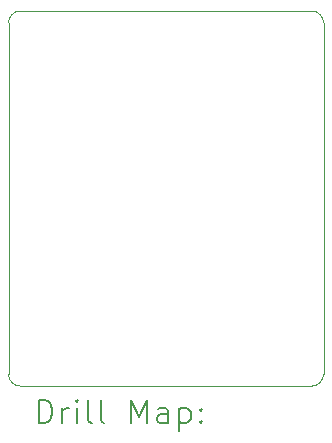
<source format=gbr>
%TF.GenerationSoftware,KiCad,Pcbnew,7.0.6*%
%TF.CreationDate,2024-04-06T15:35:35-04:00*%
%TF.ProjectId,mainbox_peripheral_steering_wheel,6d61696e-626f-4785-9f70-657269706865,rev?*%
%TF.SameCoordinates,Original*%
%TF.FileFunction,Drillmap*%
%TF.FilePolarity,Positive*%
%FSLAX45Y45*%
G04 Gerber Fmt 4.5, Leading zero omitted, Abs format (unit mm)*
G04 Created by KiCad (PCBNEW 7.0.6) date 2024-04-06 15:35:35*
%MOMM*%
%LPD*%
G01*
G04 APERTURE LIST*
%ADD10C,0.100000*%
%ADD11C,0.200000*%
G04 APERTURE END LIST*
D10*
X12302354Y-10979476D02*
G75*
G03*
X12402347Y-11079476I99996J-4D01*
G01*
X12402347Y-7904477D02*
G75*
G03*
X12302347Y-8004476I3J-100003D01*
G01*
X14969354Y-8004476D02*
G75*
G03*
X14869347Y-7904476I-100004J-4D01*
G01*
X14869347Y-11079476D02*
X12402347Y-11079476D01*
X12302347Y-10979476D02*
X12302347Y-8004476D01*
X12402347Y-7904476D02*
X14869347Y-7904476D01*
X14869347Y-11079477D02*
G75*
G03*
X14969347Y-10979476I3J99997D01*
G01*
X14969347Y-8004476D02*
X14969347Y-10979476D01*
D11*
X12558124Y-11395961D02*
X12558124Y-11195961D01*
X12558124Y-11195961D02*
X12605743Y-11195961D01*
X12605743Y-11195961D02*
X12634314Y-11205484D01*
X12634314Y-11205484D02*
X12653362Y-11224532D01*
X12653362Y-11224532D02*
X12662885Y-11243580D01*
X12662885Y-11243580D02*
X12672409Y-11281675D01*
X12672409Y-11281675D02*
X12672409Y-11310246D01*
X12672409Y-11310246D02*
X12662885Y-11348341D01*
X12662885Y-11348341D02*
X12653362Y-11367389D01*
X12653362Y-11367389D02*
X12634314Y-11386437D01*
X12634314Y-11386437D02*
X12605743Y-11395961D01*
X12605743Y-11395961D02*
X12558124Y-11395961D01*
X12758124Y-11395961D02*
X12758124Y-11262627D01*
X12758124Y-11300722D02*
X12767647Y-11281675D01*
X12767647Y-11281675D02*
X12777171Y-11272151D01*
X12777171Y-11272151D02*
X12796219Y-11262627D01*
X12796219Y-11262627D02*
X12815266Y-11262627D01*
X12881933Y-11395961D02*
X12881933Y-11262627D01*
X12881933Y-11195961D02*
X12872409Y-11205484D01*
X12872409Y-11205484D02*
X12881933Y-11215008D01*
X12881933Y-11215008D02*
X12891457Y-11205484D01*
X12891457Y-11205484D02*
X12881933Y-11195961D01*
X12881933Y-11195961D02*
X12881933Y-11215008D01*
X13005743Y-11395961D02*
X12986695Y-11386437D01*
X12986695Y-11386437D02*
X12977171Y-11367389D01*
X12977171Y-11367389D02*
X12977171Y-11195961D01*
X13110504Y-11395961D02*
X13091457Y-11386437D01*
X13091457Y-11386437D02*
X13081933Y-11367389D01*
X13081933Y-11367389D02*
X13081933Y-11195961D01*
X13339076Y-11395961D02*
X13339076Y-11195961D01*
X13339076Y-11195961D02*
X13405743Y-11338818D01*
X13405743Y-11338818D02*
X13472409Y-11195961D01*
X13472409Y-11195961D02*
X13472409Y-11395961D01*
X13653362Y-11395961D02*
X13653362Y-11291199D01*
X13653362Y-11291199D02*
X13643838Y-11272151D01*
X13643838Y-11272151D02*
X13624790Y-11262627D01*
X13624790Y-11262627D02*
X13586695Y-11262627D01*
X13586695Y-11262627D02*
X13567647Y-11272151D01*
X13653362Y-11386437D02*
X13634314Y-11395961D01*
X13634314Y-11395961D02*
X13586695Y-11395961D01*
X13586695Y-11395961D02*
X13567647Y-11386437D01*
X13567647Y-11386437D02*
X13558124Y-11367389D01*
X13558124Y-11367389D02*
X13558124Y-11348341D01*
X13558124Y-11348341D02*
X13567647Y-11329294D01*
X13567647Y-11329294D02*
X13586695Y-11319770D01*
X13586695Y-11319770D02*
X13634314Y-11319770D01*
X13634314Y-11319770D02*
X13653362Y-11310246D01*
X13748600Y-11262627D02*
X13748600Y-11462627D01*
X13748600Y-11272151D02*
X13767647Y-11262627D01*
X13767647Y-11262627D02*
X13805743Y-11262627D01*
X13805743Y-11262627D02*
X13824790Y-11272151D01*
X13824790Y-11272151D02*
X13834314Y-11281675D01*
X13834314Y-11281675D02*
X13843838Y-11300722D01*
X13843838Y-11300722D02*
X13843838Y-11357865D01*
X13843838Y-11357865D02*
X13834314Y-11376913D01*
X13834314Y-11376913D02*
X13824790Y-11386437D01*
X13824790Y-11386437D02*
X13805743Y-11395961D01*
X13805743Y-11395961D02*
X13767647Y-11395961D01*
X13767647Y-11395961D02*
X13748600Y-11386437D01*
X13929552Y-11376913D02*
X13939076Y-11386437D01*
X13939076Y-11386437D02*
X13929552Y-11395961D01*
X13929552Y-11395961D02*
X13920028Y-11386437D01*
X13920028Y-11386437D02*
X13929552Y-11376913D01*
X13929552Y-11376913D02*
X13929552Y-11395961D01*
X13929552Y-11272151D02*
X13939076Y-11281675D01*
X13939076Y-11281675D02*
X13929552Y-11291199D01*
X13929552Y-11291199D02*
X13920028Y-11281675D01*
X13920028Y-11281675D02*
X13929552Y-11272151D01*
X13929552Y-11272151D02*
X13929552Y-11291199D01*
M02*

</source>
